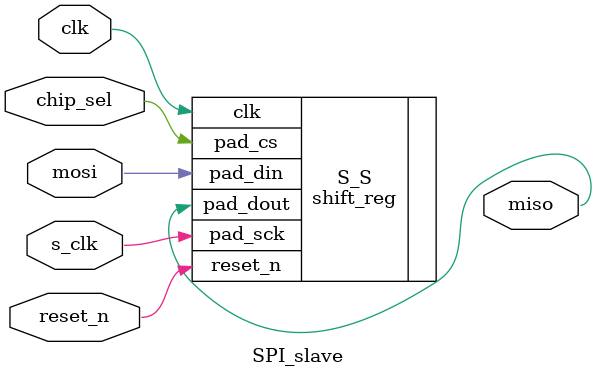
<source format=v>

module SPI_slave (
    input   wire        clk,
    input   wire        s_clk,
    input   wire        reset_n,
    input   wire        mosi,   // Master out, slave in
    output  wire        miso,   // Master in, slave out
    input   wire        chip_sel
);
    // Instantiate the shift register at the slave port
    shift_reg S_S (
        .clk (clk),
        .reset_n (reset_n),
        .pad_din (mosi),
        .pad_cs (chip_sel),
        .pad_sck (s_clk),
        .pad_dout (miso)
    );

endmodule

</source>
